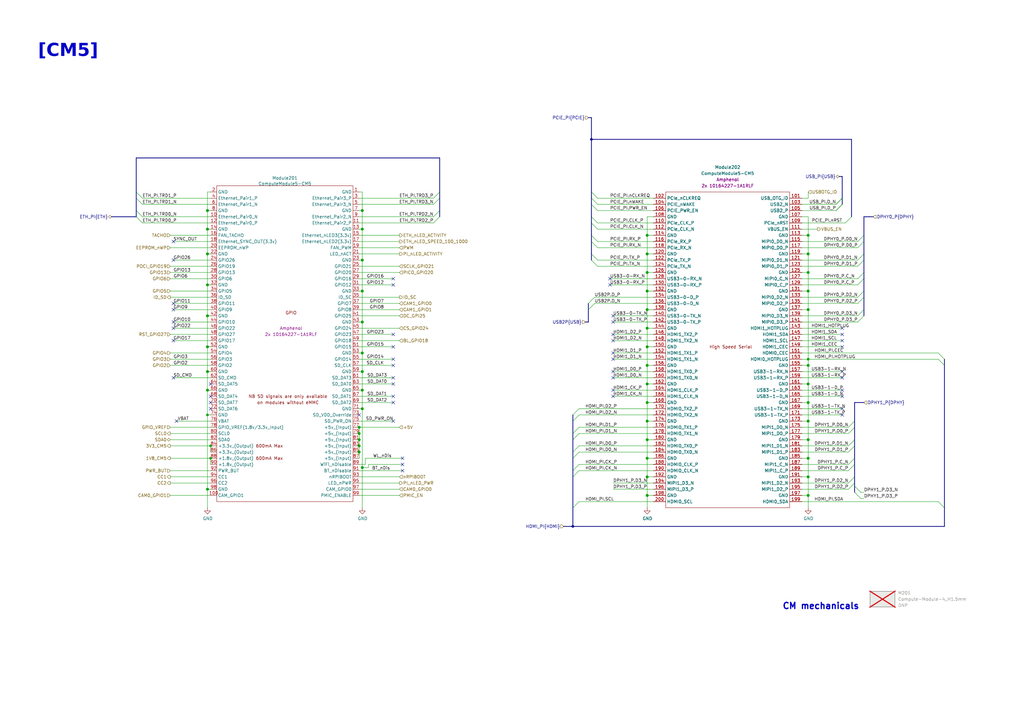
<source format=kicad_sch>
(kicad_sch (version 20231120) (generator "eeschema") (generator_version "8.0")
  (paper "A3")
  (title_block (title "bac SBC Raspberry Pi CM5 Carrier Board v1") (date "2025-03-23") (rev "1") (company "Build a CubeSat") (comment 1 "Original: P. Colangeli, respin: M. Imboden") (comment 2 "CERN-OHL-S-2.0") (comment 3 "https://buildacubesat.space") (comment 4 "Respun from \"CM5 MINIMA REV2\" by Pierluigi Colangeli") (comment 5 "https://github.com/piecol/CM5_MINIMA_REV2") (comment 6 "Thanks, Pier!"))
  (lib_symbols
    (symbol "New_Library:ComputeModule5-CM5_GPIO"
      (property "Reference" "Module301" (at -2.54 61.595 0))
      (property "Value" "ComputeModule5-CM5_GPIO" (at -2.54 59.2836 0))
      (property "Field4" "Amphenol" (at 0 0 0))
      (property "Field5" "2x 10164227-1001A1RLF" (at 0 -2.54 0))
      (symbol "ComputeModule5-CM5_GPIO_1_0"
        (text "GPIO" (at 0 6.35 0) (effects (font (size 1.27 1.27))))
      )
      (symbol "ComputeModule5-CM5_GPIO_1_1"
        (text "600mA Max" (at -8.89 -53.34 0) (effects (font (size 1.27 1.27))))
        (text "600mA Max" (at -8.89 -48.26 0) (effects (font (size 1.27 1.27))))
        (text "NB SD signals are only available" (at -1.27 -27.94 0) (effects (font (size 1.27 1.27))))
        (text "on modules without eMMC" (at -1.27 -30.48 0) (effects (font (size 1.27 1.27))))
        (pin power_in line (at 27.94 55.88 180) (length 2.54) (name "GND") (number "1"))
        (pin passive line (at -33.02 45.72 0) (length 2.54) (name "Ethernet_Pair0_N") (number "10"))
        (pin passive line (at -33.02 -68.58 0) (length 2.54) (name "CAM_GPIO1") (number "100"))
        (pin passive line (at 27.94 43.18 180) (length 2.54) (name "Ethernet_Pair2_P") (number "11"))
        (pin passive line (at -33.02 43.18 0) (length 2.54) (name "Ethernet_Pair0_P") (number "12"))
        (pin power_in line (at 27.94 40.64 180) (length 2.54) (name "GND") (number "13"))
        (pin power_in line (at -33.02 40.64 0) (length 2.54) (name "GND") (number "14"))
        (pin output line (at 27.94 38.1 180) (length 2.54) (name "Ethernet_nLED3(3.3v)") (number "15"))
        (pin input line (at -33.02 38.1 0) (length 2.54) (name "FAN_TACHO") (number "16"))
        (pin output line (at 27.94 35.56 180) (length 2.54) (name "Ethernet_nLED2(3.3v)") (number "17"))
        (pin input line (at -33.02 35.56 0) (length 2.54) (name "Ethernet_SYNC_OUT(3.3v)") (number "18"))
        (pin output line (at 27.94 33.02 180) (length 2.54) (name "FAN_PWM") (number "19"))
        (pin power_in line (at -33.02 55.88 0) (length 2.54) (name "GND") (number "2"))
        (pin passive line (at -33.02 33.02 0) (length 2.54) (name "EEPROM_nWP") (number "20"))
        (pin open_collector line (at 27.94 30.48 180) (length 2.54) (name "LED_nACT") (number "21"))
        (pin power_in line (at -33.02 30.48 0) (length 2.54) (name "GND") (number "22"))
        (pin power_in line (at 27.94 27.94 180) (length 2.54) (name "GND") (number "23"))
        (pin passive line (at -33.02 27.94 0) (length 2.54) (name "GPIO26") (number "24"))
        (pin passive line (at 27.94 25.4 180) (length 2.54) (name "GPIO21") (number "25"))
        (pin passive line (at -33.02 25.4 0) (length 2.54) (name "GPIO19") (number "26"))
        (pin passive line (at 27.94 22.86 180) (length 2.54) (name "GPIO20") (number "27"))
        (pin passive line (at -33.02 22.86 0) (length 2.54) (name "GPIO13") (number "28"))
        (pin passive line (at 27.94 20.32 180) (length 2.54) (name "GPIO16") (number "29"))
        (pin passive line (at 27.94 53.34 180) (length 2.54) (name "Ethernet_Pair3_P") (number "3"))
        (pin passive line (at -33.02 20.32 0) (length 2.54) (name "GPIO6") (number "30"))
        (pin passive line (at 27.94 17.78 180) (length 2.54) (name "GPIO12") (number "31"))
        (pin power_in line (at -33.02 17.78 0) (length 2.54) (name "GND") (number "32"))
        (pin power_in line (at 27.94 15.24 180) (length 2.54) (name "GND") (number "33"))
        (pin passive line (at -33.02 15.24 0) (length 2.54) (name "GPIO5") (number "34"))
        (pin passive line (at 27.94 12.7 180) (length 2.54) (name "ID_SC") (number "35"))
        (pin passive line (at -33.02 12.7 0) (length 2.54) (name "ID_SD") (number "36"))
        (pin passive line (at 27.94 10.16 180) (length 2.54) (name "GPIO7") (number "37"))
        (pin passive line (at -33.02 10.16 0) (length 2.54) (name "GPIO11") (number "38"))
        (pin passive line (at 27.94 7.62 180) (length 2.54) (name "GPIO8") (number "39"))
        (pin passive line (at -33.02 53.34 0) (length 2.54) (name "Ethernet_Pair1_P") (number "4"))
        (pin passive line (at -33.02 7.62 0) (length 2.54) (name "GPIO9") (number "40"))
        (pin passive line (at 27.94 5.08 180) (length 2.54) (name "GPIO25") (number "41"))
        (pin power_in line (at -33.02 5.08 0) (length 2.54) (name "GND") (number "42"))
        (pin power_in line (at 27.94 2.54 180) (length 2.54) (name "GND") (number "43"))
        (pin passive line (at -33.02 2.54 0) (length 2.54) (name "GPIO10") (number "44"))
        (pin passive line (at 27.94 0 180) (length 2.54) (name "GPIO24") (number "45"))
        (pin passive line (at -33.02 0 0) (length 2.54) (name "GPIO22") (number "46"))
        (pin passive line (at 27.94 -2.54 180) (length 2.54) (name "GPIO23") (number "47"))
        (pin passive line (at -33.02 -2.54 0) (length 2.54) (name "GPIO27") (number "48"))
        (pin passive line (at 27.94 -5.08 180) (length 2.54) (name "GPIO18") (number "49"))
        (pin passive line (at 27.94 50.8 180) (length 2.54) (name "Ethernet_Pair3_N") (number "5"))
        (pin passive line (at -33.02 -5.08 0) (length 2.54) (name "GPIO17") (number "50"))
        (pin passive line (at 27.94 -7.62 180) (length 2.54) (name "GPIO15") (number "51"))
        (pin power_in line (at -33.02 -7.62 0) (length 2.54) (name "GND") (number "52"))
        (pin power_in line (at 27.94 -10.16 180) (length 2.54) (name "GND") (number "53"))
        (pin passive line (at -33.02 -10.16 0) (length 2.54) (name "GPIO4") (number "54"))
        (pin passive line (at 27.94 -12.7 180) (length 2.54) (name "GPIO14") (number "55"))
        (pin passive line (at -33.02 -12.7 0) (length 2.54) (name "GPIO3") (number "56"))
        (pin passive line (at 27.94 -15.24 180) (length 2.54) (name "SD_CLK") (number "57"))
        (pin passive line (at -33.02 -15.24 0) (length 2.54) (name "GPIO2") (number "58"))
        (pin power_in line (at 27.94 -17.78 180) (length 2.54) (name "GND") (number "59"))
        (pin passive line (at -33.02 50.8 0) (length 2.54) (name "Ethernet_Pair1_N") (number "6"))
        (pin power_in line (at -33.02 -17.78 0) (length 2.54) (name "GND") (number "60"))
        (pin passive line (at 27.94 -20.32 180) (length 2.54) (name "SD_DAT3") (number "61"))
        (pin passive line (at -33.02 -20.32 0) (length 2.54) (name "SD_CMD") (number "62"))
        (pin passive line (at 27.94 -22.86 180) (length 2.54) (name "SD_DAT0") (number "63"))
        (pin passive line (at -33.02 -22.86 0) (length 2.54) (name "SD_DAT5") (number "64"))
        (pin power_in line (at 27.94 -25.4 180) (length 2.54) (name "GND") (number "65"))
        (pin power_in line (at -33.02 -25.4 0) (length 2.54) (name "GND") (number "66"))
        (pin passive line (at 27.94 -27.94 180) (length 2.54) (name "SD_DAT1") (number "67"))
        (pin passive line (at -33.02 -27.94 0) (length 2.54) (name "SD_DAT4") (number "68"))
        (pin passive line (at 27.94 -30.48 180) (length 2.54) (name "SD_DAT2") (number "69"))
        (pin power_in line (at 27.94 48.26 180) (length 2.54) (name "GND") (number "7"))
        (pin passive line (at -33.02 -30.48 0) (length 2.54) (name "SD_DAT7") (number "70"))
        (pin power_in line (at 27.94 -33.02 180) (length 2.54) (name "GND") (number "71"))
        (pin passive line (at -33.02 -33.02 0) (length 2.54) (name "SD_DAT6") (number "72"))
        (pin input line (at 27.94 -35.56 180) (length 2.54) (name "SD_VDD_Override") (number "73"))
        (pin power_in line (at -33.02 -35.56 0) (length 2.54) (name "GND") (number "74"))
        (pin output line (at 27.94 -38.1 180) (length 2.54) (name "SD_PWR_ON") (number "75"))
        (pin passive line (at -33.02 -38.1 0) (length 2.54) (name "VBAT") (number "76"))
        (pin power_in line (at 27.94 -40.64 180) (length 2.54) (name "+5v_(Input)") (number "77"))
        (pin power_in line (at -33.02 -40.64 0) (length 2.54) (name "GPIO_VREF(1.8v/3.3v_Input)") (number "78"))
        (pin power_in line (at 27.94 -43.18 180) (length 2.54) (name "+5v_(Input)") (number "79"))
        (pin power_in line (at -33.02 48.26 0) (length 2.54) (name "GND") (number "8"))
        (pin passive line (at -33.02 -43.18 0) (length 2.54) (name "SCL0") (number "80"))
        (pin power_in line (at 27.94 -45.72 180) (length 2.54) (name "+5v_(Input)") (number "81"))
        (pin passive line (at -33.02 -45.72 0) (length 2.54) (name "SDA0") (number "82"))
        (pin power_in line (at 27.94 -48.26 180) (length 2.54) (name "+5v_(Input)") (number "83"))
        (pin power_out line (at -33.02 -48.26 0) (length 2.54) (name "+3.3v_(Output)") (number "84"))
        (pin power_in line (at 27.94 -50.8 180) (length 2.54) (name "+5v_(Input)") (number "85"))
        (pin passive line (at -33.02 -50.8 0) (length 2.54) (name "+3.3v_(Output)") (number "86"))
        (pin power_in line (at 27.94 -53.34 180) (length 2.54) (name "+5v_(Input)") (number "87"))
        (pin power_out line (at -33.02 -53.34 0) (length 2.54) (name "+1.8v_(Output)") (number "88"))
        (pin input line (at 27.94 -55.88 180) (length 2.54) (name "WiFi_nDisable") (number "89"))
        (pin passive line (at 27.94 45.72 180) (length 2.54) (name "Ethernet_Pair2_N") (number "9"))
        (pin passive line (at -33.02 -55.88 0) (length 2.54) (name "+1.8v_(Output)") (number "90"))
        (pin input line (at 27.94 -58.42 180) (length 2.54) (name "BT_nDisable") (number "91"))
        (pin passive line (at -33.02 -58.42 0) (length 2.54) (name "PWR_BUT") (number "92"))
        (pin input line (at 27.94 -60.96 180) (length 2.54) (name "nRPIBOOT") (number "93"))
        (pin passive line (at -33.02 -60.96 0) (length 2.54) (name "CC1") (number "94"))
        (pin output line (at 27.94 -63.5 180) (length 2.54) (name "LED_nPWR") (number "95"))
        (pin passive line (at -33.02 -63.5 0) (length 2.54) (name "CC2") (number "96"))
        (pin passive line (at 27.94 -66.04 180) (length 2.54) (name "CAM_GPIO0") (number "97"))
        (pin power_in line (at -33.02 -66.04 0) (length 2.54) (name "GND") (number "98"))
        (pin input line (at 27.94 -68.58 180) (length 2.54) (name "PMIC_ENABLE") (number "99"))
      )
    )
    (symbol "New_Library:ComputeModule5-CM5_HSS"
      (property "Reference" "Module301" (at -2.54 61.595 0))
      (property "Value" "ComputeModule5-CM5" (at -2.54 59.2836 0))
      (property "Field4" "Amphenol" (at 1.27 2.54 0))
      (property "Field5" "2x 10164227-1001A1RLF" (at 1.27 0 0))
      (symbol "ComputeModule5-CM5_HSS_1_1"
        (text "High Speed Serial" (at 1.27 -6.35 0) (effects (font (size 1.27 1.27))))
        (pin input line (at 30.48 54.61 180) (length 5.08) (name "USB_OTG_ID") (number "101"))
        (pin input line (at -30.48 54.61 0) (length 5.08) (name "PCIe_nCLKREQ") (number "102"))
        (pin passive line (at 30.48 52.07 180) (length 5.08) (name "USB2_N") (number "103"))
        (pin input line (at -30.48 52.07 0) (length 5.08) (name "PCIE_nWAKE") (number "104"))
        (pin passive line (at 30.48 49.53 180) (length 5.08) (name "USB2_P") (number "105"))
        (pin output line (at -30.48 49.53 0) (length 5.08) (name "PCIE_PWR_EN") (number "106"))
        (pin power_in line (at 30.48 46.99 180) (length 5.08) (name "GND") (number "107"))
        (pin power_in line (at -30.48 46.99 0) (length 5.08) (name "GND") (number "108"))
        (pin output line (at 30.48 44.45 180) (length 5.08) (name "PCIe_nRST") (number "109"))
        (pin output line (at -30.48 44.45 0) (length 5.08) (name "PCIe_CLK_P") (number "110"))
        (pin output line (at 30.48 41.91 180) (length 5.08) (name "VBUS_EN") (number "111"))
        (pin output line (at -30.48 41.91 0) (length 5.08) (name "PCIe_CLK_N") (number "112"))
        (pin power_in line (at 30.48 39.37 180) (length 5.08) (name "GND") (number "113"))
        (pin power_in line (at -30.48 39.37 0) (length 5.08) (name "GND") (number "114"))
        (pin input line (at 30.48 36.83 180) (length 5.08) (name "MIPI0_D0_N") (number "115"))
        (pin input line (at -30.48 36.83 0) (length 5.08) (name "PCIe_RX_P") (number "116"))
        (pin input line (at 30.48 34.29 180) (length 5.08) (name "MIPI0_D0_P") (number "117"))
        (pin input line (at -30.48 34.29 0) (length 5.08) (name "PCIe_RX_N") (number "118"))
        (pin power_in line (at 30.48 31.75 180) (length 5.08) (name "GND") (number "119"))
        (pin power_in line (at -30.48 31.75 0) (length 5.08) (name "GND") (number "120"))
        (pin input line (at 30.48 29.21 180) (length 5.08) (name "MIPI0_D1_N") (number "121"))
        (pin output line (at -30.48 29.21 0) (length 5.08) (name "PCIe_TX_P") (number "122"))
        (pin input line (at 30.48 26.67 180) (length 5.08) (name "MIPI0_D1_P") (number "123"))
        (pin output line (at -30.48 26.67 0) (length 5.08) (name "PCIe_TX_N") (number "124"))
        (pin power_in line (at 30.48 24.13 180) (length 5.08) (name "GND") (number "125"))
        (pin power_in line (at -30.48 24.13 0) (length 5.08) (name "GND") (number "126"))
        (pin input line (at 30.48 21.59 180) (length 5.08) (name "MIPI0_C_N") (number "127"))
        (pin input line (at -30.48 21.59 0) (length 5.08) (name "USB3-0-RX_N") (number "128"))
        (pin input line (at 30.48 19.05 180) (length 5.08) (name "MIPI0_C_P") (number "129"))
        (pin input line (at -30.48 19.05 0) (length 5.08) (name "USB3-0-RX_P") (number "130"))
        (pin power_in line (at 30.48 16.51 180) (length 5.08) (name "GND") (number "131"))
        (pin power_in line (at -30.48 16.51 0) (length 5.08) (name "GND") (number "132"))
        (pin input line (at 30.48 13.97 180) (length 5.08) (name "MIPI0_D2_N") (number "133"))
        (pin passive line (at -30.48 13.97 0) (length 5.08) (name "USB3-0-D_P") (number "134"))
        (pin input line (at 30.48 11.43 180) (length 5.08) (name "MIPI0_D2_P") (number "135"))
        (pin passive line (at -30.48 11.43 0) (length 5.08) (name "USB3-0-D_N") (number "136"))
        (pin power_in line (at 30.48 8.89 180) (length 5.08) (name "GND") (number "137"))
        (pin power_in line (at -30.48 8.89 0) (length 5.08) (name "GND") (number "138"))
        (pin input line (at 30.48 6.35 180) (length 5.08) (name "MIPI0_D3_N") (number "139"))
        (pin output line (at -30.48 6.35 0) (length 5.08) (name "USB3-0-TX_N") (number "140"))
        (pin input line (at 30.48 3.81 180) (length 5.08) (name "MIPI0_D3_P") (number "141"))
        (pin output line (at -30.48 3.81 0) (length 5.08) (name "USB3-0-TX_P") (number "142"))
        (pin input line (at 30.48 1.27 180) (length 5.08) (name "HDMI1_HOTPLUG") (number "143"))
        (pin power_in line (at -30.48 1.27 0) (length 5.08) (name "GND") (number "144"))
        (pin bidirectional line (at 30.48 -1.27 180) (length 5.08) (name "HDMI1_SDA") (number "145"))
        (pin output line (at -30.48 -1.27 0) (length 5.08) (name "HDMI1_TX2_P") (number "146"))
        (pin open_collector line (at 30.48 -3.81 180) (length 5.08) (name "HDMI1_SCL") (number "147"))
        (pin output line (at -30.48 -3.81 0) (length 5.08) (name "HDMI1_TX2_N") (number "148"))
        (pin open_collector line (at 30.48 -6.35 180) (length 5.08) (name "HDMI1_CEC") (number "149"))
        (pin power_in line (at -30.48 -6.35 0) (length 5.08) (name "GND") (number "150"))
        (pin open_collector line (at 30.48 -8.89 180) (length 5.08) (name "HDMI0_CEC") (number "151"))
        (pin output line (at -30.48 -8.89 0) (length 5.08) (name "HDMI1_TX1_P") (number "152"))
        (pin input line (at 30.48 -11.43 180) (length 5.08) (name "HDMI0_HOTPLUG") (number "153"))
        (pin output line (at -30.48 -11.43 0) (length 5.08) (name "HDMI1_TX1_N") (number "154"))
        (pin power_in line (at 30.48 -13.97 180) (length 5.08) (name "GND") (number "155"))
        (pin power_in line (at -30.48 -13.97 0) (length 5.08) (name "GND") (number "156"))
        (pin input line (at 30.48 -16.51 180) (length 5.08) (name "USB3-1-RX_N") (number "157"))
        (pin output line (at -30.48 -16.51 0) (length 5.08) (name "HDMI1_TX0_P") (number "158"))
        (pin input line (at 30.48 -19.05 180) (length 5.08) (name "USB3-1-RX_P") (number "159"))
        (pin output line (at -30.48 -19.05 0) (length 5.08) (name "HDMI1_TX0_N") (number "160"))
        (pin power_in line (at 30.48 -21.59 180) (length 5.08) (name "GND") (number "161"))
        (pin power_in line (at -30.48 -21.59 0) (length 5.08) (name "GND") (number "162"))
        (pin passive line (at 30.48 -24.13 180) (length 5.08) (name "USB3-1-D_P") (number "163"))
        (pin output line (at -30.48 -24.13 0) (length 5.08) (name "HDMI1_CLK_P") (number "164"))
        (pin passive line (at 30.48 -26.67 180) (length 5.08) (name "USB3-1-D_N") (number "165"))
        (pin output line (at -30.48 -26.67 0) (length 5.08) (name "HDMI1_CLK_N") (number "166"))
        (pin power_in line (at 30.48 -29.21 180) (length 5.08) (name "GND") (number "167"))
        (pin power_in line (at -30.48 -29.21 0) (length 5.08) (name "GND") (number "168"))
        (pin output line (at 30.48 -31.75 180) (length 5.08) (name "USB3-1-TX_N") (number "169"))
        (pin output line (at -30.48 -31.75 0) (length 5.08) (name "HDMI0_TX2_P") (number "170"))
        (pin output line (at 30.48 -34.29 180) (length 5.08) (name "USB3-1-TX_P") (number "171"))
        (pin output line (at -30.48 -34.29 0) (length 5.08) (name "HDMI0_TX2_N") (number "172"))
        (pin power_in line (at 30.48 -36.83 180) (length 5.08) (name "GND") (number "173"))
        (pin power_in line (at -30.48 -36.83 0) (length 5.08) (name "GND") (number "174"))
        (pin output line (at 30.48 -39.37 180) (length 5.08) (name "MIPI1_D0_N") (number "175"))
        (pin output line (at -30.48 -39.37 0) (length 5.08) (name "HDMI0_TX1_P") (number "176"))
        (pin output line (at 30.48 -41.91 180) (length 5.08) (name "MIPI1_D0_P") (number "177"))
        (pin output line (at -30.48 -41.91 0) (length 5.08) (name "HDMI0_TX1_N") (number "178"))
        (pin power_in line (at 30.48 -44.45 180) (length 5.08) (name "GND") (number "179"))
        (pin power_in line (at -30.48 -44.45 0) (length 5.08) (name "GND") (number "180"))
        (pin output line (at 30.48 -46.99 180) (length 5.08) (name "MIPI1_D1_N") (number "181"))
        (pin output line (at -30.48 -46.99 0) (length 5.08) (name "HDMI0_TX0_P") (number "182"))
        (pin output line (at 30.48 -49.53 180) (length 5.08) (name "MIPI1_D1_P") (number "183"))
        (pin output line (at -30.48 -49.53 0) (length 5.08) (name "HDMI0_TX0_N") (number "184"))
        (pin power_in line (at 30.48 -52.07 180) (length 5.08) (name "GND") (number "185"))
        (pin power_in line (at -30.48 -52.07 0) (length 5.08) (name "GND") (number "186"))
        (pin output line (at 30.48 -54.61 180) (length 5.08) (name "MIPI1_C_N") (number "187"))
        (pin output line (at -30.48 -54.61 0) (length 5.08) (name "HDMI0_CLK_P") (number "188"))
        (pin output line (at 30.48 -57.15 180) (length 5.08) (name "MIPI1_C_P") (number "189"))
        (pin output line (at -30.48 -57.15 0) (length 5.08) (name "HDMI0_CLK_N") (number "190"))
        (pin power_in line (at 30.48 -59.69 180) (length 5.08) (name "GND") (number "191"))
        (pin power_in line (at -30.48 -59.69 0) (length 5.08) (name "GND") (number "192"))
        (pin output line (at 30.48 -62.23 180) (length 5.08) (name "MIPI1_D2_N") (number "193"))
        (pin output line (at -30.48 -62.23 0) (length 5.08) (name "MIPI1_D3_N") (number "194"))
        (pin output line (at 30.48 -64.77 180) (length 5.08) (name "MIPI1_D2_P") (number "195"))
        (pin output line (at -30.48 -64.77 0) (length 5.08) (name "MIPI1_D3_P") (number "196"))
        (pin power_in line (at 30.48 -67.31 180) (length 5.08) (name "GND") (number "197"))
        (pin power_in line (at -30.48 -67.31 0) (length 5.08) (name "GND") (number "198"))
        (pin bidirectional line (at 30.48 -69.85 180) (length 5.08) (name "HDMI0_SDA") (number "199"))
        (pin open_collector line (at -30.48 -69.85 0) (length 5.08) (name "HDMI0_SCL") (number "200"))
      )
    )
    (symbol "antmicroModules:Compute-Module-4_H1.5mm" (in_bom no)
      (property "Reference" "A" (at 17.78 -2.54 0))
      (property "MPN" "SC0294" (at 21.59 -20.32 0))
    )
    (symbol "power:GND" (power) (pin_numbers hide) (pin_names (offset 0) hide)
      (property "Value" "GND" (at 0 -3.81 0))
      (symbol "GND_1_1"
        (pin power_in line (at 0 0 270) (length 0) (name "~") (number "1"))
      )
    )
  )
  (bus_alias "DPHY" (members "D0_N" "D0_P" "D1_N" "D1_P" "D2_N" "D2_P" "D3_N" "D3_P" "C_N" "C_P"))
  (junction (at 331.47 119.38) (diameter 1.016))
  (junction (at 331.47 172.72) (diameter 1.016))
  (junction (at 331.47 195.58) (diameter 1.016))
  (junction (at 148.59 167.64) (diameter 1.016))
  (junction (at 85.09 93.98) (diameter 1.016))
  (junction (at 265.43 172.72) (diameter 1.016))
  (junction (at 147.32 185.42) (diameter 1.016))
  (junction (at 147.32 177.8) (diameter 1.016))
  (junction (at 265.43 119.38) (diameter 1.016))
  (junction (at 85.09 104.14) (diameter 1.016))
  (junction (at 148.59 191.77) (diameter 1.016))
  (junction (at 148.59 144.78) (diameter 1.016))
  (junction (at 148.59 86.36) (diameter 1.016))
  (junction (at 147.32 182.88) (diameter 1.016))
  (junction (at 265.43 134.62) (diameter 1.016))
  (junction (at 265.43 187.96) (diameter 1.016))
  (junction (at 265.43 157.48) (diameter 1.016))
  (junction (at 265.43 165.1) (diameter 1.016))
  (junction (at 85.09 129.54) (diameter 1.016))
  (junction (at 86.36 187.96))
  (junction (at 265.43 203.2) (diameter 1.016))
  (junction (at 148.59 119.38) (diameter 1.016))
  (junction (at 148.59 93.98) (diameter 1.016))
  (junction (at 331.47 104.14) (diameter 1.016))
  (junction (at 242.57 57.15))
  (junction (at 265.43 149.86) (diameter 1.016))
  (junction (at 331.47 165.1) (diameter 1.016))
  (junction (at 85.09 142.24) (diameter 1.016))
  (junction (at 147.32 180.34) (diameter 1.016))
  (junction (at 234.95 215.9))
  (junction (at 265.43 142.24) (diameter 1.016))
  (junction (at 331.47 147.32))
  (junction (at 331.47 127) (diameter 1.016))
  (junction (at 331.47 180.34) (diameter 1.016))
  (junction (at 86.36 182.88))
  (junction (at 265.43 96.52) (diameter 1.016))
  (junction (at 148.59 152.4) (diameter 1.016))
  (junction (at 85.09 200.66) (diameter 1.016))
  (junction (at 265.43 127) (diameter 1.016))
  (junction (at 148.59 106.68) (diameter 1.016))
  (junction (at 265.43 180.34) (diameter 1.016))
  (junction (at 147.32 175.26) (diameter 1.016))
  (junction (at 85.09 170.18))
  (junction (at 148.59 132.08) (diameter 1.016))
  (junction (at 265.43 195.58) (diameter 1.016))
  (junction (at 85.09 116.84) (diameter 1.016))
  (junction (at 265.43 111.76) (diameter 1.016))
  (junction (at 148.59 160.02) (diameter 1.016))
  (junction (at 85.09 152.4) (diameter 1.016))
  (junction (at 331.47 111.76) (diameter 1.016))
  (junction (at 331.47 149.86) (diameter 1.016))
  (junction (at 331.47 187.96) (diameter 1.016))
  (junction (at 85.09 160.02) (diameter 1.016))
  (junction (at 85.09 86.36) (diameter 1.016))
  (junction (at 331.47 157.48) (diameter 1.016))
  (junction (at 331.47 203.2) (diameter 1.016))
  (junction (at 265.43 104.14) (diameter 1.016))
  (junction (at 331.47 96.52) (diameter 1.016))
  (no_connect (at 161.29 162.56))
  (no_connect (at 71.12 154.94))
  (no_connect (at 345.44 154.94))
  (no_connect (at 251.46 160.02))
  (no_connect (at 251.46 137.16))
  (no_connect (at 345.44 170.18))
  (no_connect (at 147.32 170.18))
  (no_connect (at 71.12 134.62))
  (no_connect (at 86.36 157.48))
  (no_connect (at 161.29 149.86))
  (no_connect (at 86.36 167.64))
  (no_connect (at 345.44 139.7))
  (no_connect (at 345.44 162.56))
  (no_connect (at 161.29 154.94))
  (no_connect (at 71.12 127))
  (no_connect (at 251.46 132.08))
  (no_connect (at 345.44 160.02))
  (no_connect (at 251.46 154.94))
  (no_connect (at 345.44 152.4))
  (no_connect (at 345.44 137.16))
  (no_connect (at 165.1 187.96))
  (no_connect (at 250.19 114.3))
  (no_connect (at 86.36 165.1))
  (no_connect (at 71.12 124.46))
  (no_connect (at 71.12 132.08))
  (no_connect (at 165.1 190.5))
  (no_connect (at 72.39 172.72))
  (no_connect (at 161.29 142.24))
  (no_connect (at 251.46 129.54))
  (no_connect (at 345.44 167.64))
  (no_connect (at 161.29 157.48))
  (no_connect (at 251.46 152.4))
  (no_connect (at 161.29 147.32))
  (no_connect (at 71.12 106.68))
  (no_connect (at 251.46 144.78))
  (no_connect (at 165.1 193.04))
  (no_connect (at 161.29 114.3))
  (no_connect (at 71.12 99.06))
  (no_connect (at 161.29 137.16))
  (no_connect (at 161.29 116.84))
  (no_connect (at 251.46 162.56))
  (no_connect (at 251.46 147.32))
  (no_connect (at 71.12 139.7))
  (no_connect (at 250.19 116.84))
  (no_connect (at 251.46 139.7))
  (no_connect (at 161.29 165.1))
  (no_connect (at 161.29 172.72))
  (no_connect (at 86.36 162.56))
  (no_connect (at 345.44 142.24))
  (no_connect (at 345.44 134.62))
  (bus_entry (at 55.88 86.36) (size 2.54 2.54))
  (bus_entry (at 345.44 83.82) (size -2.54 2.54))
  (bus_entry (at 177.8 91.44) (size 2.54 -2.54))
  (bus_entry (at 342.9 83.82) (size 2.54 -2.54))
  (bus_entry (at 242.57 83.82) (size 2.54 2.54))
  (bus_entry (at 55.88 88.9) (size 2.54 2.54))
  (bus_entry (at 342.9 86.36) (size 2.54 -2.54))
  (bus_entry (at 353.06 201.93) (size -2.54 -2.54))
  (bus_entry (at 351.79 106.68) (size 2.54 -2.54))
  (bus_entry (at 242.57 78.74) (size 2.54 2.54))
  (bus_entry (at 384.81 144.78) (size 2.54 2.54))
  (bus_entry (at 351.79 101.6) (size 2.54 -2.54))
  (bus_entry (at 242.57 99.06) (size 2.54 2.54))
  (bus_entry (at 55.88 81.28) (size 2.54 2.54))
  (bus_entry (at 347.98 185.42) (size 2.54 -2.54))
  (bus_entry (at 177.8 81.28) (size 2.54 -2.54))
  (bus_entry (at 237.49 205.74) (size -2.54 2.54))
  (bus_entry (at 237.49 182.88) (size -2.54 2.54))
  (bus_entry (at 351.79 99.06) (size 2.54 -2.54))
  (bus_entry (at 242.57 104.14) (size 2.54 2.54))
  (bus_entry (at 351.79 116.84) (size 2.54 -2.54))
  (bus_entry (at 242.57 81.28) (size 2.54 2.54))
  (bus_entry (at 241.3 124.46) (size 2.54 -2.54))
  (bus_entry (at 353.06 204.47) (size -2.54 -2.54))
  (bus_entry (at 242.57 106.68) (size 2.54 2.54))
  (bus_entry (at 346.71 91.44) (size 2.54 -2.54))
  (bus_entry (at 237.49 170.18) (size -2.54 2.54))
  (bus_entry (at 347.98 175.26) (size 2.54 -2.54))
  (bus_entry (at 241.3 127) (size 2.54 -2.54))
  (bus_entry (at 242.57 88.9) (size 2.54 2.54))
  (bus_entry (at 347.98 198.12) (size 2.54 -2.54))
  (bus_entry (at 351.79 109.22) (size 2.54 -2.54))
  (bus_entry (at 345.44 81.28) (size -2.54 2.54))
  (bus_entry (at 55.88 78.74) (size 2.54 2.54))
  (bus_entry (at 347.98 182.88) (size 2.54 -2.54))
  (bus_entry (at 237.49 175.26) (size -2.54 2.54))
  (bus_entry (at 177.8 88.9) (size 2.54 -2.54))
  (bus_entry (at 347.98 177.8) (size 2.54 -2.54))
  (bus_entry (at 347.98 193.04) (size 2.54 -2.54))
  (bus_entry (at 351.79 121.92) (size 2.54 -2.54))
  (bus_entry (at 237.49 193.04) (size -2.54 2.54))
  (bus_entry (at 242.57 96.52) (size 2.54 2.54))
  (bus_entry (at 237.49 185.42) (size -2.54 2.54))
  (bus_entry (at 347.98 200.66) (size 2.54 -2.54))
  (bus_entry (at 351.79 114.3) (size 2.54 -2.54))
  (bus_entry (at 351.79 132.08) (size 2.54 -2.54))
  (bus_entry (at 351.79 124.46) (size 2.54 -2.54))
  (bus_entry (at 384.81 205.74) (size 2.54 2.54))
  (bus_entry (at 242.57 91.44) (size 2.54 2.54))
  (bus_entry (at 237.49 177.8) (size -2.54 2.54))
  (bus_entry (at 384.81 147.32) (size 2.54 2.54))
  (bus_entry (at 351.79 129.54) (size 2.54 -2.54))
  (bus_entry (at 237.49 190.5) (size -2.54 2.54))
  (bus_entry (at 177.8 83.82) (size 2.54 -2.54))
  (bus_entry (at 237.49 167.64) (size -2.54 2.54))
  (bus_entry (at 347.98 190.5) (size 2.54 -2.54))
  (wire (pts (xy 353.06 201.93) (xy 354.33 201.93)))
  (wire (pts (xy 251.46 139.7) (xy 267.97 139.7)))
  (wire (pts (xy 69.85 111.76) (xy 86.36 111.76)))
  (wire (pts (xy 85.09 93.98) (xy 85.09 86.36)))
  (wire (pts (xy 245.11 106.68) (xy 267.97 106.68)))
  (wire (pts (xy 147.32 203.2) (xy 163.83 203.2)))
  (wire (pts (xy 149.86 187.96) (xy 165.1 187.96)))
  (wire (pts (xy 148.59 78.74) (xy 148.59 86.36)))
  (wire (pts (xy 69.85 96.52) (xy 86.36 96.52)))
  (wire (pts (xy 237.49 182.88) (xy 267.97 182.88)))
  (wire (pts (xy 69.85 177.8) (xy 86.36 177.8)))
  (wire (pts (xy 85.09 152.4) (xy 85.09 160.02)))
  (wire (pts (xy 85.09 116.84) (xy 86.36 116.84)))
  (wire (pts (xy 331.47 172.72) (xy 331.47 180.34)))
  (bus (pts (xy 55.88 81.28) (xy 55.88 86.36)))
  (bus (pts (xy 358.14 88.9) (xy 354.33 88.9)))
  (wire (pts (xy 331.47 187.96) (xy 331.47 195.58)))
  (bus (pts (xy 350.52 187.96) (xy 350.52 190.5)))
  (wire (pts (xy 251.46 129.54) (xy 267.97 129.54)))
  (bus (pts (xy 231.14 215.9) (xy 234.95 215.9)))
  (wire (pts (xy 251.46 200.66) (xy 267.97 200.66)))
  (wire (pts (xy 267.97 162.56) (xy 251.46 162.56)))
  (wire (pts (xy 328.93 152.4) (xy 345.44 152.4)))
  (wire (pts (xy 71.12 127) (xy 86.36 127)))
  (bus (pts (xy 354.33 104.14) (xy 354.33 106.68)))
  (wire (pts (xy 328.93 86.36) (xy 342.9 86.36)))
  (wire (pts (xy 331.47 127) (xy 331.47 119.38)))
  (wire (pts (xy 265.43 195.58) (xy 265.43 203.2)))
  (bus (pts (xy 242.57 81.28) (xy 242.57 78.74)))
  (wire (pts (xy 85.09 116.84) (xy 85.09 129.54)))
  (bus (pts (xy 180.34 81.28) (xy 180.34 86.36)))
  (wire (pts (xy 147.32 96.52) (xy 163.83 96.52)))
  (wire (pts (xy 58.42 88.9) (xy 86.36 88.9)))
  (wire (pts (xy 69.85 187.96) (xy 86.36 187.96)))
  (wire (pts (xy 147.32 114.3) (xy 161.29 114.3)))
  (wire (pts (xy 161.29 149.86) (xy 147.32 149.86)))
  (wire (pts (xy 265.43 96.52) (xy 265.43 104.14)))
  (bus (pts (xy 350.52 182.88) (xy 350.52 187.96)))
  (wire (pts (xy 328.93 165.1) (xy 331.47 165.1)))
  (bus (pts (xy 350.52 180.34) (xy 350.52 182.88)))
  (wire (pts (xy 69.85 193.04) (xy 86.36 193.04)))
  (wire (pts (xy 85.09 160.02) (xy 85.09 170.18)))
  (wire (pts (xy 328.93 149.86) (xy 331.47 149.86)))
  (wire (pts (xy 331.47 203.2) (xy 331.47 208.28)))
  (wire (pts (xy 58.42 83.82) (xy 86.36 83.82)))
  (wire (pts (xy 147.32 198.12) (xy 163.83 198.12)))
  (wire (pts (xy 251.46 154.94) (xy 267.97 154.94)))
  (wire (pts (xy 267.97 203.2) (xy 265.43 203.2)))
  (bus (pts (xy 354.33 111.76) (xy 354.33 114.3)))
  (wire (pts (xy 245.11 93.98) (xy 267.97 93.98)))
  (wire (pts (xy 328.93 139.7) (xy 345.44 139.7)))
  (wire (pts (xy 328.93 109.22) (xy 351.79 109.22)))
  (bus (pts (xy 242.57 99.06) (xy 242.57 96.52)))
  (bus (pts (xy 241.3 124.46) (xy 241.3 127)))
  (wire (pts (xy 147.32 175.26) (xy 163.83 175.26)))
  (bus (pts (xy 350.52 195.58) (xy 350.52 198.12)))
  (bus (pts (xy 349.25 57.15) (xy 242.57 57.15)))
  (wire (pts (xy 331.47 195.58) (xy 331.47 203.2)))
  (wire (pts (xy 85.09 142.24) (xy 85.09 152.4)))
  (wire (pts (xy 331.47 78.74) (xy 331.47 81.28)))
  (wire (pts (xy 147.32 86.36) (xy 148.59 86.36)))
  (wire (pts (xy 331.47 180.34) (xy 331.47 187.96)))
  (bus (pts (xy 345.44 81.28) (xy 345.44 83.82)))
  (wire (pts (xy 148.59 78.74) (xy 147.32 78.74)))
  (bus (pts (xy 234.95 180.34) (xy 234.95 185.42)))
  (wire (pts (xy 328.93 185.42) (xy 347.98 185.42)))
  (wire (pts (xy 328.93 96.52) (xy 331.47 96.52)))
  (wire (pts (xy 147.32 152.4) (xy 148.59 152.4)))
  (wire (pts (xy 147.32 116.84) (xy 161.29 116.84)))
  (bus (pts (xy 234.95 172.72) (xy 234.95 177.8)))
  (wire (pts (xy 147.32 157.48) (xy 161.29 157.48)))
  (wire (pts (xy 328.93 142.24) (xy 345.44 142.24)))
  (wire (pts (xy 328.93 157.48) (xy 331.47 157.48)))
  (wire (pts (xy 265.43 119.38) (xy 267.97 119.38)))
  (bus (pts (xy 55.88 86.36) (xy 55.88 88.9)))
  (wire (pts (xy 328.93 127) (xy 331.47 127)))
  (wire (pts (xy 147.32 139.7) (xy 163.83 139.7)))
  (wire (pts (xy 148.59 93.98) (xy 148.59 106.68)))
  (wire (pts (xy 250.19 114.3) (xy 267.97 114.3)))
  (wire (pts (xy 147.32 134.62) (xy 163.83 134.62)))
  (wire (pts (xy 69.85 114.3) (xy 86.36 114.3)))
  (wire (pts (xy 147.32 182.88) (xy 147.32 185.42)))
  (wire (pts (xy 331.47 104.14) (xy 331.47 96.52)))
  (wire (pts (xy 85.09 200.66) (xy 85.09 208.28)))
  (wire (pts (xy 331.47 127) (xy 331.47 147.32)))
  (bus (pts (xy 180.34 64.77) (xy 180.34 78.74)))
  (wire (pts (xy 69.85 101.6) (xy 86.36 101.6)))
  (wire (pts (xy 147.32 175.26) (xy 147.32 177.8)))
  (bus (pts (xy 354.33 114.3) (xy 354.33 119.38)))
  (wire (pts (xy 328.93 147.32) (xy 331.47 147.32)))
  (wire (pts (xy 331.47 157.48) (xy 331.47 165.1)))
  (wire (pts (xy 251.46 198.12) (xy 267.97 198.12)))
  (bus (pts (xy 354.33 121.92) (xy 354.33 127)))
  (wire (pts (xy 265.43 88.9) (xy 265.43 96.52)))
  (wire (pts (xy 265.43 149.86) (xy 267.97 149.86)))
  (wire (pts (xy 151.13 190.5) (xy 165.1 190.5)))
  (wire (pts (xy 237.49 167.64) (xy 267.97 167.64)))
  (wire (pts (xy 267.97 101.6) (xy 245.11 101.6)))
  (wire (pts (xy 69.85 144.78) (xy 86.36 144.78)))
  (wire (pts (xy 328.93 190.5) (xy 347.98 190.5)))
  (wire (pts (xy 250.19 116.84) (xy 267.97 116.84)))
  (wire (pts (xy 161.29 154.94) (xy 147.32 154.94)))
  (wire (pts (xy 148.59 106.68) (xy 148.59 119.38)))
  (wire (pts (xy 251.46 147.32) (xy 267.97 147.32)))
  (wire (pts (xy 328.93 93.98) (xy 335.28 93.98)))
  (bus (pts (xy 55.88 64.77) (xy 55.88 78.74)))
  (bus (pts (xy 387.35 149.86) (xy 387.35 208.28)))
  (wire (pts (xy 147.32 167.64) (xy 148.59 167.64)))
  (wire (pts (xy 251.46 137.16) (xy 267.97 137.16)))
  (wire (pts (xy 245.11 91.44) (xy 267.97 91.44)))
  (wire (pts (xy 265.43 104.14) (xy 265.43 111.76)))
  (wire (pts (xy 86.36 190.5) (xy 86.36 187.96)))
  (wire (pts (xy 147.32 195.58) (xy 163.83 195.58)))
  (wire (pts (xy 328.93 198.12) (xy 347.98 198.12)))
  (wire (pts (xy 69.85 121.92) (xy 86.36 121.92)))
  (wire (pts (xy 243.84 121.92) (xy 267.97 121.92)))
  (wire (pts (xy 237.49 190.5) (xy 267.97 190.5)))
  (wire (pts (xy 147.32 93.98) (xy 148.59 93.98)))
  (bus (pts (xy 55.88 78.74) (xy 55.88 81.28)))
  (wire (pts (xy 147.32 104.14) (xy 163.83 104.14)))
  (wire (pts (xy 85.09 170.18) (xy 85.09 200.66)))
  (wire (pts (xy 69.85 198.12) (xy 86.36 198.12)))
  (bus (pts (xy 354.33 106.68) (xy 354.33 111.76)))
  (wire (pts (xy 149.86 190.5) (xy 149.86 187.96)))
  (wire (pts (xy 251.46 160.02) (xy 267.97 160.02)))
  (wire (pts (xy 148.59 191.77) (xy 151.13 191.77)))
  (bus (pts (xy 241.3 127) (xy 241.3 132.08)))
  (wire (pts (xy 148.59 167.64) (xy 148.59 191.77)))
  (wire (pts (xy 147.32 190.5) (xy 149.86 190.5)))
  (bus (pts (xy 234.95 185.42) (xy 234.95 187.96)))
  (wire (pts (xy 147.32 99.06) (xy 163.83 99.06)))
  (wire (pts (xy 328.93 106.68) (xy 351.79 106.68)))
  (wire (pts (xy 328.93 200.66) (xy 347.98 200.66)))
  (wire (pts (xy 331.47 165.1) (xy 331.47 172.72)))
  (wire (pts (xy 147.32 111.76) (xy 163.83 111.76)))
  (wire (pts (xy 328.93 119.38) (xy 331.47 119.38)))
  (wire (pts (xy 331.47 81.28) (xy 328.93 81.28)))
  (wire (pts (xy 331.47 96.52) (xy 331.47 88.9)))
  (bus (pts (xy 354.33 99.06) (xy 354.33 104.14)))
  (wire (pts (xy 328.93 137.16) (xy 345.44 137.16)))
  (wire (pts (xy 69.85 180.34) (xy 86.36 180.34)))
  (wire (pts (xy 331.47 149.86) (xy 331.47 157.48)))
  (wire (pts (xy 147.32 132.08) (xy 148.59 132.08)))
  (wire (pts (xy 71.12 99.06) (xy 86.36 99.06)))
  (wire (pts (xy 265.43 172.72) (xy 265.43 180.34)))
  (wire (pts (xy 328.93 172.72) (xy 331.47 172.72)))
  (wire (pts (xy 151.13 191.77) (xy 151.13 190.5)))
  (wire (pts (xy 328.93 99.06) (xy 351.79 99.06)))
  (wire (pts (xy 328.93 175.26) (xy 347.98 175.26)))
  (bus (pts (xy 354.33 165.1) (xy 350.52 165.1)))
  (bus (pts (xy 354.33 127) (xy 354.33 129.54)))
  (wire (pts (xy 353.06 204.47) (xy 354.33 204.47)))
  (wire (pts (xy 147.32 160.02) (xy 148.59 160.02)))
  (wire (pts (xy 147.32 124.46) (xy 163.83 124.46)))
  (wire (pts (xy 85.09 129.54) (xy 86.36 129.54)))
  (bus (pts (xy 241.3 48.26) (xy 242.57 48.26)))
  (wire (pts (xy 265.43 149.86) (xy 265.43 157.48)))
  (wire (pts (xy 148.59 144.78) (xy 148.59 152.4)))
  (wire (pts (xy 328.93 101.6) (xy 351.79 101.6)))
  (wire (pts (xy 147.32 177.8) (xy 147.32 180.34)))
  (bus (pts (xy 387.35 147.32) (xy 387.35 149.86)))
  (wire (pts (xy 237.49 170.18) (xy 267.97 170.18)))
  (wire (pts (xy 161.29 172.72) (xy 147.32 172.72)))
  (wire (pts (xy 265.43 165.1) (xy 267.97 165.1)))
  (wire (pts (xy 245.11 109.22) (xy 267.97 109.22)))
  (wire (pts (xy 85.09 86.36) (xy 85.09 78.74)))
  (wire (pts (xy 245.11 81.28) (xy 267.97 81.28)))
  (wire (pts (xy 85.09 86.36) (xy 86.36 86.36)))
  (wire (pts (xy 265.43 134.62) (xy 267.97 134.62)))
  (wire (pts (xy 331.47 147.32) (xy 384.81 147.32)))
  (wire (pts (xy 237.49 177.8) (xy 267.97 177.8)))
  (wire (pts (xy 85.09 170.18) (xy 86.36 170.18)))
  (wire (pts (xy 328.93 129.54) (xy 351.79 129.54)))
  (wire (pts (xy 265.43 142.24) (xy 267.97 142.24)))
  (wire (pts (xy 86.36 182.88) (xy 86.36 185.42)))
  (wire (pts (xy 331.47 147.32) (xy 331.47 149.86)))
  (wire (pts (xy 328.93 162.56) (xy 345.44 162.56)))
  (bus (pts (xy 350.52 198.12) (xy 350.52 199.39)))
  (bus (pts (xy 345.44 72.39) (xy 345.44 81.28)))
  (bus (pts (xy 234.95 177.8) (xy 234.95 180.34)))
  (bus (pts (xy 234.95 195.58) (xy 234.95 208.28)))
  (bus (pts (xy 354.33 119.38) (xy 354.33 121.92)))
  (wire (pts (xy 237.49 193.04) (xy 267.97 193.04)))
  (wire (pts (xy 237.49 205.74) (xy 267.97 205.74)))
  (wire (pts (xy 147.32 106.68) (xy 148.59 106.68)))
  (wire (pts (xy 328.93 121.92) (xy 351.79 121.92)))
  (wire (pts (xy 328.93 132.08) (xy 351.79 132.08)))
  (wire (pts (xy 331.47 119.38) (xy 331.47 111.76)))
  (wire (pts (xy 328.93 182.88) (xy 347.98 182.88)))
  (wire (pts (xy 71.12 106.68) (xy 86.36 106.68)))
  (wire (pts (xy 85.09 152.4) (xy 86.36 152.4)))
  (bus (pts (xy 180.34 78.74) (xy 180.34 81.28)))
  (wire (pts (xy 331.47 88.9) (xy 328.93 88.9)))
  (wire (pts (xy 85.09 93.98) (xy 85.09 104.14)))
  (wire (pts (xy 69.85 109.22) (xy 86.36 109.22)))
  (bus (pts (xy 242.57 88.9) (xy 242.57 83.82)))
  (wire (pts (xy 328.93 205.74) (xy 384.81 205.74)))
  (wire (pts (xy 265.43 180.34) (xy 265.43 187.96)))
  (bus (pts (xy 180.34 86.36) (xy 180.34 88.9)))
  (wire (pts (xy 345.44 154.94) (xy 328.93 154.94)))
  (wire (pts (xy 328.93 193.04) (xy 347.98 193.04)))
  (wire (pts (xy 85.09 104.14) (xy 85.09 116.84)))
  (wire (pts (xy 85.09 160.02) (xy 86.36 160.02)))
  (wire (pts (xy 85.09 104.14) (xy 86.36 104.14)))
  (bus (pts (xy 240.03 132.08) (xy 241.3 132.08)))
  (wire (pts (xy 177.8 81.28) (xy 147.32 81.28)))
  (wire (pts (xy 265.43 127) (xy 265.43 134.62)))
  (wire (pts (xy 265.43 187.96) (xy 267.97 187.96)))
  (bus (pts (xy 234.95 193.04) (xy 234.95 195.58)))
  (wire (pts (xy 237.49 185.42) (xy 267.97 185.42)))
  (wire (pts (xy 85.09 78.74) (xy 86.36 78.74)))
  (wire (pts (xy 69.85 175.26) (xy 86.36 175.26)))
  (wire (pts (xy 147.32 119.38) (xy 148.59 119.38)))
  (wire (pts (xy 245.11 83.82) (xy 267.97 83.82)))
  (wire (pts (xy 148.59 86.36) (xy 148.59 93.98)))
  (wire (pts (xy 86.36 200.66) (xy 85.09 200.66)))
  (wire (pts (xy 71.12 124.46) (xy 86.36 124.46)))
  (wire (pts (xy 328.93 144.78) (xy 384.81 144.78)))
  (wire (pts (xy 328.93 203.2) (xy 331.47 203.2)))
  (wire (pts (xy 328.93 104.14) (xy 331.47 104.14)))
  (wire (pts (xy 72.39 172.72) (xy 86.36 172.72)))
  (bus (pts (xy 350.52 175.26) (xy 350.52 180.34)))
  (wire (pts (xy 328.93 167.64) (xy 345.44 167.64)))
  (wire (pts (xy 148.59 132.08) (xy 148.59 144.78)))
  (wire (pts (xy 265.43 172.72) (xy 267.97 172.72)))
  (wire (pts (xy 245.11 86.36) (xy 267.97 86.36)))
  (bus (pts (xy 349.25 88.9) (xy 349.25 57.15)))
  (wire (pts (xy 148.59 160.02) (xy 148.59 167.64)))
  (bus (pts (xy 354.33 88.9) (xy 354.33 96.52)))
  (wire (pts (xy 85.09 129.54) (xy 85.09 142.24)))
  (wire (pts (xy 265.43 104.14) (xy 267.97 104.14)))
  (wire (pts (xy 251.46 144.78) (xy 267.97 144.78)))
  (wire (pts (xy 265.43 180.34) (xy 267.97 180.34)))
  (wire (pts (xy 243.84 124.46) (xy 267.97 124.46)))
  (wire (pts (xy 147.32 121.92) (xy 163.83 121.92)))
  (wire (pts (xy 147.32 147.32) (xy 161.29 147.32)))
  (wire (pts (xy 147.32 109.22) (xy 163.83 109.22)))
  (wire (pts (xy 177.8 91.44) (xy 147.32 91.44)))
  (wire (pts (xy 69.85 137.16) (xy 86.36 137.16)))
  (bus (pts (xy 242.57 91.44) (xy 242.57 88.9)))
  (wire (pts (xy 328.93 124.46) (xy 351.79 124.46)))
  (bus (pts (xy 354.33 96.52) (xy 354.33 99.06)))
  (bus (pts (xy 242.57 78.74) (xy 242.57 57.15)))
  (wire (pts (xy 265.43 119.38) (xy 265.43 127)))
  (wire (pts (xy 251.46 132.08) (xy 267.97 132.08)))
  (wire (pts (xy 147.32 137.16) (xy 161.29 137.16)))
  (wire (pts (xy 58.42 81.28) (xy 86.36 81.28)))
  (wire (pts (xy 237.49 175.26) (xy 267.97 175.26)))
  (wire (pts (xy 148.59 191.77) (xy 148.59 208.28)))
  (wire (pts (xy 265.43 157.48) (xy 267.97 157.48)))
  (bus (pts (xy 242.57 83.82) (xy 242.57 81.28)))
  (wire (pts (xy 85.09 93.98) (xy 86.36 93.98)))
  (wire (pts (xy 147.32 185.42) (xy 147.32 187.96)))
  (wire (pts (xy 161.29 162.56) (xy 147.32 162.56)))
  (bus (pts (xy 234.95 208.28) (xy 234.95 215.9)))
  (wire (pts (xy 328.93 116.84) (xy 351.79 116.84)))
  (wire (pts (xy 251.46 152.4) (xy 267.97 152.4)))
  (wire (pts (xy 328.93 170.18) (xy 345.44 170.18)))
  (wire (pts (xy 328.93 83.82) (xy 342.9 83.82)))
  (wire (pts (xy 69.85 119.38) (xy 86.36 119.38)))
  (bus (pts (xy 242.57 57.15) (xy 242.57 48.26)))
  (wire (pts (xy 267.97 88.9) (xy 265.43 88.9)))
  (bus (pts (xy 345.44 72.39) (xy 344.17 72.39)))
  (wire (pts (xy 265.43 111.76) (xy 267.97 111.76)))
  (wire (pts (xy 71.12 139.7) (xy 86.36 139.7)))
  (wire (pts (xy 328.93 180.34) (xy 331.47 180.34)))
  (wire (pts (xy 69.85 147.32) (xy 86.36 147.32)))
  (wire (pts (xy 69.85 203.2) (xy 86.36 203.2)))
  (wire (pts (xy 328.93 91.44) (xy 346.71 91.44)))
  (wire (pts (xy 265.43 96.52) (xy 267.97 96.52)))
  (wire (pts (xy 147.32 165.1) (xy 161.29 165.1)))
  (bus (pts (xy 234.95 170.18) (xy 234.95 172.72)))
  (wire (pts (xy 147.32 142.24) (xy 161.29 142.24)))
  (wire (pts (xy 58.42 91.44) (xy 86.36 91.44)))
  (bus (pts (xy 234.95 215.9) (xy 387.35 215.9)))
  (bus (pts (xy 387.35 208.28) (xy 387.35 215.9)))
  (bus (pts (xy 350.52 172.72) (xy 350.52 175.26)))
  (wire (pts (xy 328.93 160.02) (xy 345.44 160.02)))
  (wire (pts (xy 147.32 200.66) (xy 163.83 200.66)))
  (wire (pts (xy 71.12 134.62) (xy 86.36 134.62)))
  (bus (pts (xy 180.34 64.77) (xy 55.88 64.77)))
  (wire (pts (xy 328.93 114.3) (xy 351.79 114.3)))
  (wire (pts (xy 147.32 180.34) (xy 147.32 182.88)))
  (wire (pts (xy 267.97 99.06) (xy 245.11 99.06)))
  (wire (pts (xy 148.59 119.38) (xy 148.59 132.08)))
  (wire (pts (xy 265.43 157.48) (xy 265.43 165.1)))
  (wire (pts (xy 328.93 111.76) (xy 331.47 111.76)))
  (wire (pts (xy 177.8 88.9) (xy 147.32 88.9)))
  (wire (pts (xy 71.12 154.94) (xy 86.36 154.94)))
  (wire (pts (xy 147.32 144.78) (xy 148.59 144.78)))
  (bus (pts (xy 242.57 96.52) (xy 242.57 91.44)))
  (wire (pts (xy 265.43 187.96) (xy 265.43 195.58)))
  (bus (pts (xy 350.52 199.39) (xy 350.52 201.93)))
  (wire (pts (xy 71.12 132.08) (xy 86.36 132.08)))
  (wire (pts (xy 147.32 129.54) (xy 163.83 129.54)))
  (bus (pts (xy 242.57 104.14) (xy 242.57 99.06)))
  (wire (pts (xy 267.97 195.58) (xy 265.43 195.58)))
  (wire (pts (xy 69.85 182.88) (xy 86.36 182.88)))
  (wire (pts (xy 328.93 134.62) (xy 345.44 134.62)))
  (wire (pts (xy 328.93 187.96) (xy 331.47 187.96)))
  (wire (pts (xy 177.8 83.82) (xy 147.32 83.82)))
  (bus (pts (xy 350.52 190.5) (xy 350.52 195.58)))
  (wire (pts (xy 265.43 111.76) (xy 265.43 119.38)))
  (wire (pts (xy 147.32 101.6) (xy 163.83 101.6)))
  (wire (pts (xy 147.32 127) (xy 163.83 127)))
  (bus (pts (xy 234.95 187.96) (xy 234.95 193.04)))
  (wire (pts (xy 265.43 165.1) (xy 265.43 172.72)))
  (wire (pts (xy 69.85 195.58) (xy 86.36 195.58)))
  (bus (pts (xy 350.52 165.1) (xy 350.52 172.72)))
  (bus (pts (xy 45.72 88.9) (xy 55.88 88.9)))
  (wire (pts (xy 147.32 193.04) (xy 165.1 193.04)))
  (bus (pts (xy 242.57 106.68) (xy 242.57 104.14)))
  (wire (pts (xy 265.43 203.2) (xy 265.43 208.28)))
  (wire (pts (xy 328.93 195.58) (xy 331.47 195.58)))
  (wire (pts (xy 69.85 149.86) (xy 86.36 149.86)))
  (wire (pts (xy 148.59 152.4) (xy 148.59 160.02)))
  (wire (pts (xy 265.43 134.62) (xy 265.43 142.24)))
  (wire (pts (xy 328.93 177.8) (xy 347.98 177.8)))
  (wire (pts (xy 331.47 111.76) (xy 331.47 104.14)))
  (wire (pts (xy 265.43 127) (xy 267.97 127)))
  (wire (pts (xy 265.43 142.24) (xy 265.43 149.86)))
  (wire (pts (xy 85.09 142.24) (xy 86.36 142.24)))
  (text "CM mechanicals" (at 320.802 250.19 0) (effects (font (size 2.54 2.54) (thickness 0.508) (bold yes)) (justify left bottom)))
  (text "[CM5]" (at 27.94 22.352 0) (effects (font (size 5.27 5.27) (bold yes))))
  (label "GPIO12" (at 157.48 116.84 180))
  (label "ETH_PI.TRD0_N" (at 58.42 88.9 0))
  (label "HDMI1_CEC" (at 332.74 142.24 0))
  (label "PCIE_PI.nWAKE" (at 250.19 83.82 0))
  (label "HDMI_PI.SDA" (at 334.01 205.74 0))
  (label "GPIO10" (at 71.12 132.08 0))
  (label "HDMI1_CK_P" (at 251.46 160.02 0))
  (label "ETH_PI.TRD3_N" (at 177.8 83.82 180))
  (label "USB3-1-TX_P" (at 332.74 170.18 0))
  (label "GPIO22" (at 71.12 134.62 0))
  (label "ETH_PI.TRD2_P" (at 177.8 91.44 180))
  (label "DPHY0_P.C_P" (at 337.82 116.84 0))
  (label "GPIO8" (at 157.48 127 180))
  (label "HDMI1_D1_P" (at 251.46 144.78 0))
  (label "GPIO16" (at 157.48 114.3 180))
  (label "DPHY1_P.D3_N" (at 354.33 201.93 0))
  (label "PCIE_PI.PWR_EN" (at 250.19 86.36 0))
  (label "USB_PI.D_P" (at 342.9 86.36 180))
  (label "DPHY1_P.D1_P" (at 347.98 185.42 180))
  (label "DPHY0_P.C_N" (at 337.82 114.3 0))
  (label "GPIO9" (at 71.12 127 0))
  (label "DPHY0_P.D1_N" (at 351.79 106.68 180))
  (label "GPIO11" (at 71.12 124.46 0))
  (label "DPHY0_P.D0_N" (at 351.79 99.06 180))
  (label "PCIE_PI.TX_P" (at 250.19 106.68 0))
  (label "HDMI_PI.CEC" (at 334.01 144.78 0))
  (label "HDMI_PI.D2_N" (at 240.03 170.18 0))
  (label "HDMI_PI.D0_P" (at 240.03 182.88 0))
  (label "USB2P.D_P" (at 243.84 121.92 0))
  (label "GPIO3" (at 71.12 147.32 0))
  (label "DPHY1_P.D3_P" (at 251.46 200.66 0))
  (label "PCIE_PI.nCLKREQ" (at 250.19 81.28 0))
  (label "USB3-1-RX_N" (at 332.74 152.4 0))
  (label "HDMI_PI.D0_N" (at 240.03 185.42 0))
  (label "DPHY0_P.D3_P" (at 351.79 132.08 180))
  (label "WL_nDis" (at 160.655 187.96 180))
  (label "DPHY1_P.D0_P" (at 347.98 177.8 180))
  (label "GPIO13" (at 71.12 111.76 0))
  (label "ETH_PI.TRD1_N" (at 58.42 83.82 0))
  (label "USB3-0-RX_N" (at 250.19 114.3 0))
  (label "SD_DAT3" (at 158.75 154.94 180))
  (label "USB3-1-D_N" (at 332.74 162.56 0))
  (label "USB3-1-TX_N" (at 332.74 167.64 0))
  (label "GPIO26" (at 71.12 106.68 0))
  (label "HDMI_PI.CK_N" (at 240.03 193.04 0))
  (label "HDMI1_D0_P" (at 251.46 152.4 0))
  (label "GPIO6" (at 71.12 114.3 0))
  (label "SYNC_OUT" (at 71.12 99.06 0))
  (label "HDMI_PI.SCL" (at 240.03 205.74 0))
  (label "PCIE_PI.RX_N" (at 250.19 101.6 0))
  (label "PCIE_PI.RX_P" (at 250.19 99.06 0))
  (label "VBAT" (at 77.47 172.72 180))
  (label "HDMI_PI.CK_P" (at 240.03 190.5 0))
  (label "USB3-0-TX_P" (at 251.46 132.08 0))
  (label "HDMI_PI.D1_P" (at 240.03 175.26 0))
  (label "DPHY0_P.D1_P" (at 351.79 109.22 180))
  (label "HDMI_PI.D1_N" (at 240.03 177.8 0))
  (label "USB3-0-TX_N" (at 251.46 129.54 0))
  (label "ETH_PI.TRD3_P" (at 177.8 81.28 180))
  (label "USB3-1-D_P" (at 332.74 160.02 0))
  (label "USB3-1-RX_P" (at 332.74 154.94 0))
  (label "DPHY1_P.C_N" (at 347.98 190.5 180))
  (label "PCIE_PI.CLK_P" (at 250.19 91.44 0))
  (label "DPHY1_P.D3_P" (at 354.33 204.47 0))
  (label "USB_PI.D_N" (at 342.9 83.82 180))
  (label "GPIO17" (at 71.12 139.7 0))
  (label "SD_CLK" (at 157.48 149.86 180))
  (label "HDMI1_CK_N" (at 251.46 162.56 0))
  (label "SD_PWR_ON" (at 161.29 172.72 180))
  (label "USB2P.D_N" (at 243.84 124.46 0))
  (label "ETH_PI.TRD1_P" (at 58.42 81.28 0))
  (label "HDMI_PI.HOTPLUG" (at 334.01 147.32 0))
  (label "HDMI1_D2_P" (at 251.46 137.16 0))
  (label "USB3-0-RX_P" (at 250.19 116.84 0))
  (label "DPHY0_P.D2_N" (at 351.79 121.92 180))
  (label "DPHY0_P.D3_N" (at 351.79 129.54 180))
  (label "PCIE_PI.TX_N" (at 250.19 109.22 0))
  (label "GPIO23" (at 157.48 137.16 180))
  (label "ETH_PI.TRD0_P" (at 58.42 91.44 0))
  (label "DPHY0_P.D2_P" (at 351.79 124.46 180))
  (label "GPIO15" (at 157.48 142.24 180))
  (label "HDMI1_D1_N" (at 251.46 147.32 0))
  (label "DPHY1_P.D1_N" (at 347.98 182.88 180))
  (label "BT_nDis" (at 160.02 193.04 180))
  (label "GPIO2" (at 71.12 149.86 0))
  (label "HDMI1_SDA" (at 332.74 137.16 0))
  (label "ETH_PI.TRD2_N" (at 177.8 88.9 180))
  (label "GPIO7" (at 157.48 124.46 180))
  (label "DPHY0_P.D0_P" (at 351.79 101.6 180))
  (label "HDMI1_SCL" (at 332.74 139.7 0))
  (label "SD_DAT2" (at 158.75 165.1 180))
  (label "DPHY1_P.C_P" (at 347.98 193.04 180))
  (label "GPIO14" (at 157.48 147.32 180))
  (label "HDMI_PI.D2_P" (at 240.03 167.64 0))
  (label "DPHY1_P.D2_N" (at 347.98 198.12 180))
  (label "DPHY1_P.D3_N" (at 251.46 198.12 0))
  (label "SD_DAT1" (at 158.75 162.56 180))
  (label "HDMI1_D2_N" (at 251.46 139.7 0))
  (label "PCIE_PI.CLK_N" (at 250.19 93.98 0))
  (label "HDMI1_D0_N" (at 251.46 154.94 0))
  (label "SD_CMD" (at 71.12 154.94 0))
  (label "DPHY1_P.D0_N" (at 347.98 175.26 180))
  (label "PCIE_PI.nRST" (at 345.44 91.44 180))
  (label "SD_DAT0" (at 158.75 157.48 180))
  (label "DPHY1_P.D2_P" (at 347.98 200.66 180))
  (label "HDMI1_HOTPLUG" (at 332.74 134.62 0))
  (hierarchical_label "PICO_GPIO20" (shape input) (at 163.83 111.76 0))
  (hierarchical_label "CC1" (shape output) (at 69.85 195.58 180))
  (hierarchical_label "USB2P{USB}" (shape input) (at 240.03 132.08 180))
  (hierarchical_label "DC_GPI25" (shape input) (at 163.83 129.54 0))
  (hierarchical_label "GPIO2" (shape input) (at 69.85 149.86 180))
  (hierarchical_label "DPHY0_P{DPHY}" (shape input) (at 358.14 88.9 0))
  (hierarchical_label "SCL0" (shape output) (at 69.85 177.8 180))
  (hierarchical_label "GPIO3" (shape input) (at 69.85 147.32 180))
  (hierarchical_label "ETH_PI{ETH}" (shape bidirectional) (at 45.72 88.9 180))
  (hierarchical_label "BL_GPIO18" (shape input) (at 163.83 139.7 0))
  (hierarchical_label "HDMI_PI{HDMI}" (shape input) (at 231.14 215.9 180))
  (hierarchical_label "CAM0_GPIO1" (shape input) (at 69.85 203.2 180))
  (hierarchical_label "PWR_BUT" (shape input) (at 69.85 193.04 180))
  (hierarchical_label "POCI_GPIO19" (shape input) (at 69.85 109.22 180))
  (hierarchical_label "USB_PI{USB}" (shape bidirectional) (at 344.17 72.39 180))
  (hierarchical_label "ID_SC" (shape output) (at 163.83 121.92 0))
  (hierarchical_label "ETH_nLED_SPEED_100_1000" (shape output) (at 163.83 99.06 0))
  (hierarchical_label "GPIO5" (shape input) (at 69.85 119.38 180))
  (hierarchical_label "CAM1_GPIO0" (shape input) (at 163.83 124.46 0))
  (hierarchical_label "ETH_nLED_ACTIVITY" (shape output) (at 163.83 96.52 0))
  (hierarchical_label "TACHO" (shape input) (at 69.85 96.52 180))
  (hierarchical_label "PCIE_PI{PCIE}" (shape input) (at 241.3 48.26 180))
  (hierarchical_label "CC2" (shape output) (at 69.85 198.12 180))
  (hierarchical_label "PMIC_EN" (shape input) (at 163.83 203.2 0))
  (hierarchical_label "VBUS_EN" (shape output) (at 335.28 93.98 0))
  (hierarchical_label "DPHY1_P{DPHY}" (shape input) (at 354.33 165.1 0))
  (hierarchical_label "PI_nLED_PWR" (shape output) (at 163.83 198.12 0))
  (hierarchical_label "ID_SD" (shape output) (at 69.85 121.92 180))
  (hierarchical_label "RST_GPIO27" (shape input) (at 69.85 137.16 180))
  (hierarchical_label "CAM0_GPIO0" (shape input) (at 163.83 200.66 0))
  (hierarchical_label "GPIO6" (shape input) (at 69.85 114.3 180))
  (hierarchical_label "GPIO4" (shape input) (at 69.85 144.78 180))
  (hierarchical_label "GPIO_VREF" (shape input) (at 69.85 175.26 180))
  (hierarchical_label "CAM1_GPIO1" (shape input) (at 163.83 127 0))
  (hierarchical_label "nRPIBOOT" (shape input) (at 163.83 195.58 0))
  (hierarchical_label "SCLK_GPIO21" (shape input) (at 163.83 109.22 0))
  (hierarchical_label "3V3_CM5" (shape output) (at 69.85 182.88 180))
  (hierarchical_label "PWM" (shape input) (at 163.83 101.6 0))
  (hierarchical_label "EEPROM_nWP" (shape input) (at 69.85 101.6 180))
  (hierarchical_label "CS_GPIO24" (shape input) (at 163.83 134.62 0))
  (hierarchical_label "USBOTG_ID" (shape input) (at 331.47 78.74 0))
  (hierarchical_label "SDA0" (shape bidirectional) (at 69.85 180.34 180))
  (hierarchical_label "+5V" (shape input) (at 163.83 175.26 0))
  (hierarchical_label "1V8_CM5" (shape output) (at 69.85 187.96 180))
  (hierarchical_label "GPIO13" (shape input) (at 69.85 111.76 180))
  (hierarchical_label "PI_nLED_ACTIVITY" (shape output) (at 163.83 104.14 0))
  (symbol (lib_id "New_Library:ComputeModule5-CM5_HSS") (at 298.45 135.89 0) (unit 1)
    (property "Reference" "Module202" (at 298.45 68.58 0))
    (property "Value" "ComputeModule5-CM5" (at 298.45 71.12 0))
    (property "Footprint" "bac CM5 Carrier Board v1:piecol-Raspberry-Pi-5-Compute-Module-HSS" (effects (hide yes)))
    (property "Description" "RaspberryPi Compute module 5" (effects (hide yes)))
    (property "Field4" "Amphenol" (at 298.45 73.66 0))
    (property "Field5" "2x 10164227-1A1RLF" (at 298.45 76.2 0))
    (property "Field6" "2x 10164227-1A1RLF" (effects (hide yes)))
    (property "Field7" "Hirose" (effects (hide yes)))
    (property "Part Description" "	100 Position Connector Receptacle, Center Strip Contacts Surface Mount Gold" (effects (hide yes)))
  )
  (symbol (lib_id "power:GND") (at 331.47 208.28 0) (unit 1)
    (property "Reference" "#PWR0204" (effects (hide yes)))
    (property "Value" "GND" (at 331.597 212.6742 0))
    (property "Description" "Power symbol creates a global label with name \"GND\" , ground" (effects (hide yes)))
  )
  (symbol (lib_id "power:GND") (at 85.09 208.28 0) (unit 1)
    (property "Reference" "#PWR0201" (effects (hide yes)))
    (property "Value" "GND" (at 85.217 212.6742 0))
    (property "Description" "Power symbol creates a global label with name \"GND\" , ground" (effects (hide yes)))
  )
  (symbol (lib_id "power:GND") (at 265.43 208.28 0) (unit 1)
    (property "Reference" "#PWR0203" (effects (hide yes)))
    (property "Value" "GND" (at 265.557 212.6742 0))
    (property "Description" "Power symbol creates a global label with name \"GND\" , ground" (effects (hide yes)))
  )
  (symbol (lib_id "New_Library:ComputeModule5-CM5_GPIO") (at 119.38 134.62 0) (unit 1)
    (property "Reference" "Module201" (at 116.84 73.025 0))
    (property "Value" "ComputeModule5-CM5" (at 116.84 75.3364 0))
    (property "Footprint" "bac CM5 Carrier Board v1:piecol-Raspberry-Pi-5-Compute-Module-GPIO" (effects (hide yes)))
    (property "Description" "RaspberryPi Compute module 5" (effects (hide yes)))
    (property "Field4" "Amphenol" (at 119.38 134.62 0))
    (property "Field5" "2x 10164227-1A1RLF" (at 119.38 137.16 0))
    (property "Field6" "2x 10164227-1A1RLF" (effects (hide yes)))
    (property "Field7" "Hirose" (effects (hide yes)))
    (property "Part Description" "	100 Position Connector Receptacle, Center Strip Contacts Surface Mount Gold" (effects (hide yes)))
  )
  (symbol (lib_id "power:GND") (at 148.59 208.28 0) (unit 1)
    (property "Reference" "#PWR0202" (effects (hide yes)))
    (property "Value" "GND" (at 148.717 212.6742 0))
    (property "Description" "Power symbol creates a global label with name \"GND\" , ground" (effects (hide yes)))
  )
  (symbol (lib_id "antmicroModules:Compute-Module-4_H1.5mm") (at 356.87 242.57 0) (unit 1) (in_bom no) (on_board no) (dnp yes)
    (property "Reference" "M201" (at 368.3 243.205 0) (effects (justify left)))
    (property "Value" "Compute-Module-4_H1.5mm" (at 368.3 245.745 0) (effects (justify left)))
    (property "Footprint" "Antmicro-footprints:Compute-Module-4_H1.5mm" (effects (hide yes)))
    (property "Datasheet" "https://datasheets.raspberrypi.com/CM5/CM5-datasheet.pdf" (effects (hide yes)))
    (property "Manufacturer" "Raspberry Pi" (effects (hide yes)))
    (property "MPN" "SC0294" (effects (hide yes)))
    (property "Author" "Antmicro" (effects (hide yes)))
    (property "License" "Apache-2.0" (effects (hide yes)))
    (property "DNP" "DNP" (at 368.3 248.285 0) (effects (justify left)))
  )
)
</source>
